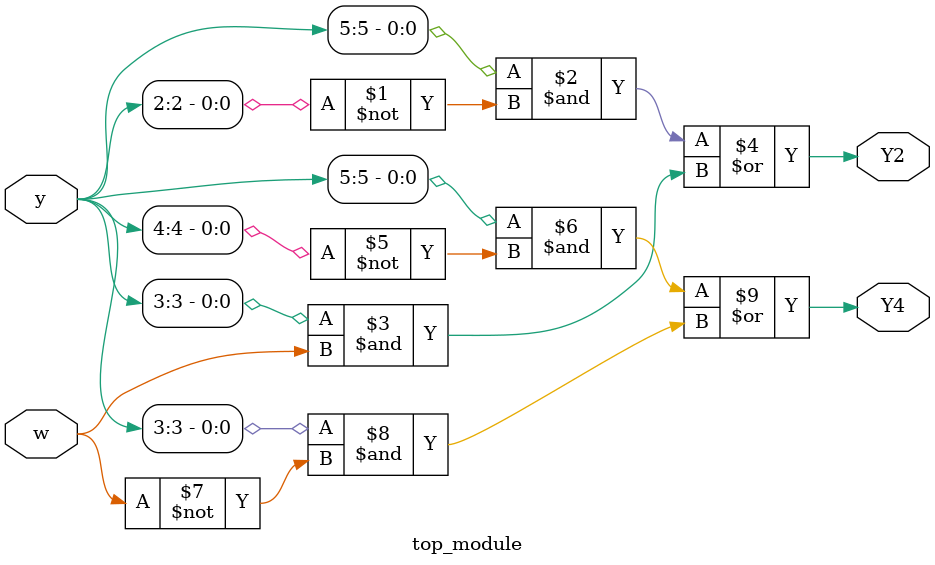
<source format=sv>
module top_module (
	input [6:1] y,
	input w,
	output Y2,
	output Y4
);

	assign Y2 = (y[5] & ~y[2]) | (y[3] & w);
	assign Y4 = (y[5] & ~y[4]) | (y[3] & ~w);

endmodule

</source>
